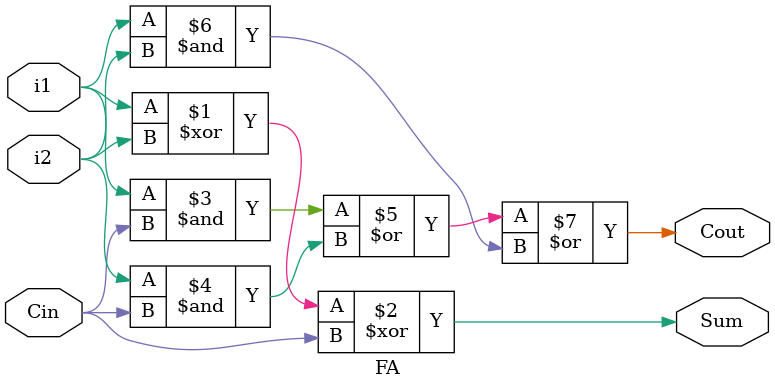
<source format=v>
`timescale 1ns / 1ps
module FA(
    input i1,
    input i2,
    input Cin,
    output Sum,
    output Cout
    );
assign Sum = i1 ^ i2 ^ Cin;
assign Cout = (i1 & Cin) | (i2 & Cin) | (i1 & i2);


endmodule

</source>
